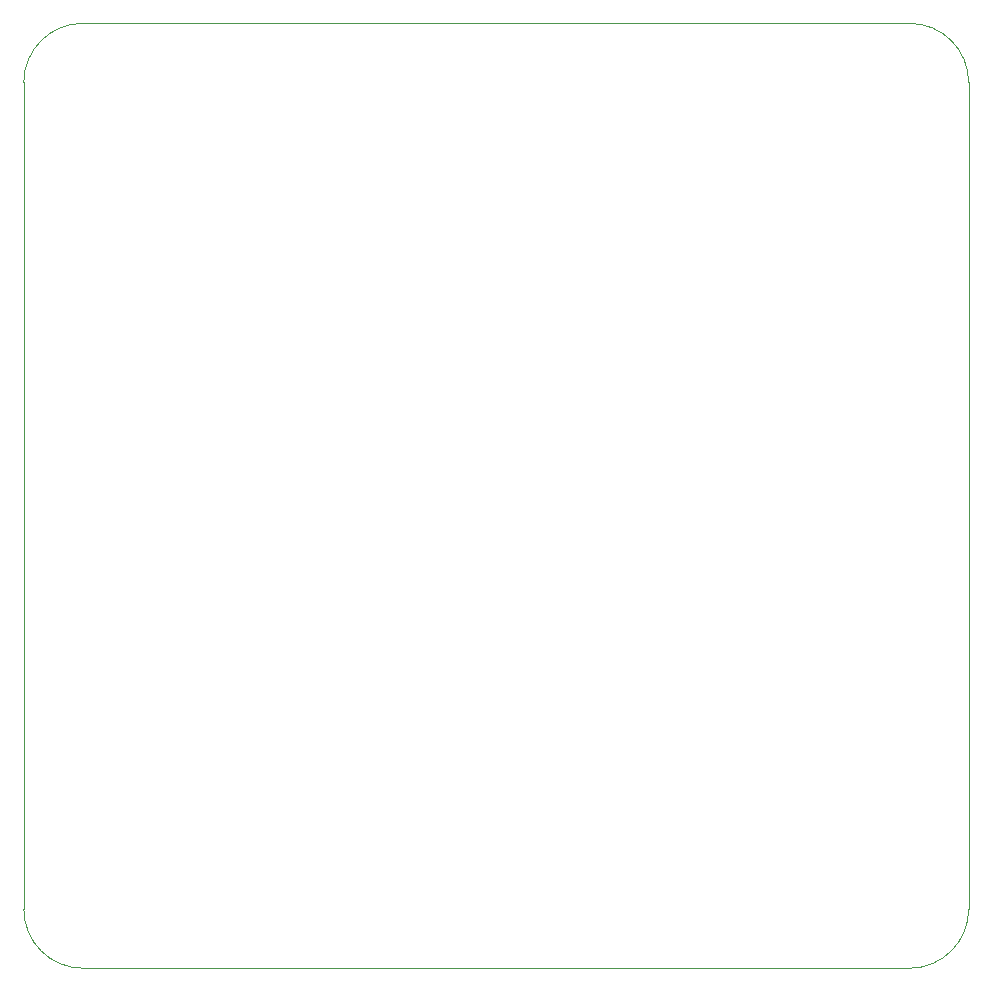
<source format=gbr>
%TF.GenerationSoftware,Altium Limited,Altium Designer,20.1.8 (145)*%
G04 Layer_Color=0*
%FSLAX45Y45*%
%MOMM*%
%TF.SameCoordinates,6D2D8FCC-EB96-405E-AB85-A4400E8CD33B*%
%TF.FilePolarity,Positive*%
%TF.FileFunction,Profile,NP*%
%TF.Part,Single*%
G01*
G75*
%TA.AperFunction,Profile*%
%ADD65C,0.02540*%
D65*
X500000Y0D02*
G02*
X0Y500000I0J500000D01*
G01*
X1D01*
X-1Y7500000D01*
X0D01*
D02*
G02*
X500000Y8000000I500000J0D01*
G01*
X7500000D01*
D02*
G02*
X8000000Y7500000I0J-500000D01*
G01*
X7999999D01*
X8000001Y500000D01*
X8000000D01*
D02*
G02*
X7500000Y0I-500000J0D01*
G01*
X500000D01*
%TF.MD5,620c485e0ea30a1ae88f14d2f9002cb2*%
M02*

</source>
